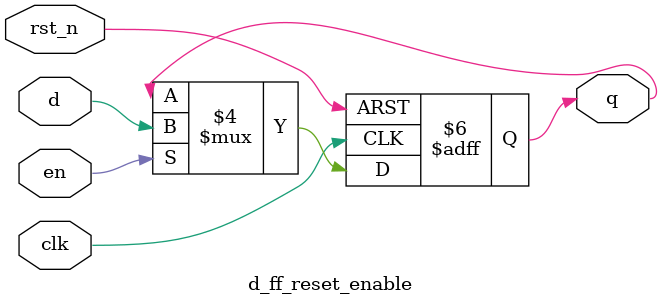
<source format=sv>
module d_ff_reset_enable (
    input wire clk,
    input wire rst_n,
    input wire en,
    input wire d,
    output reg q
);
    always @(posedge clk or negedge rst_n) begin
        if (!rst_n) begin
            q <= 1'b0;  // 复位状态：无论en值如何都复位为0
        end
        else begin
            if (en) begin
                q <= d;  // 使能有效时，输出跟随输入d
            end
            else begin
                q <= q;  // 使能无效时，保持当前值
            end
        end
    end
endmodule
</source>
